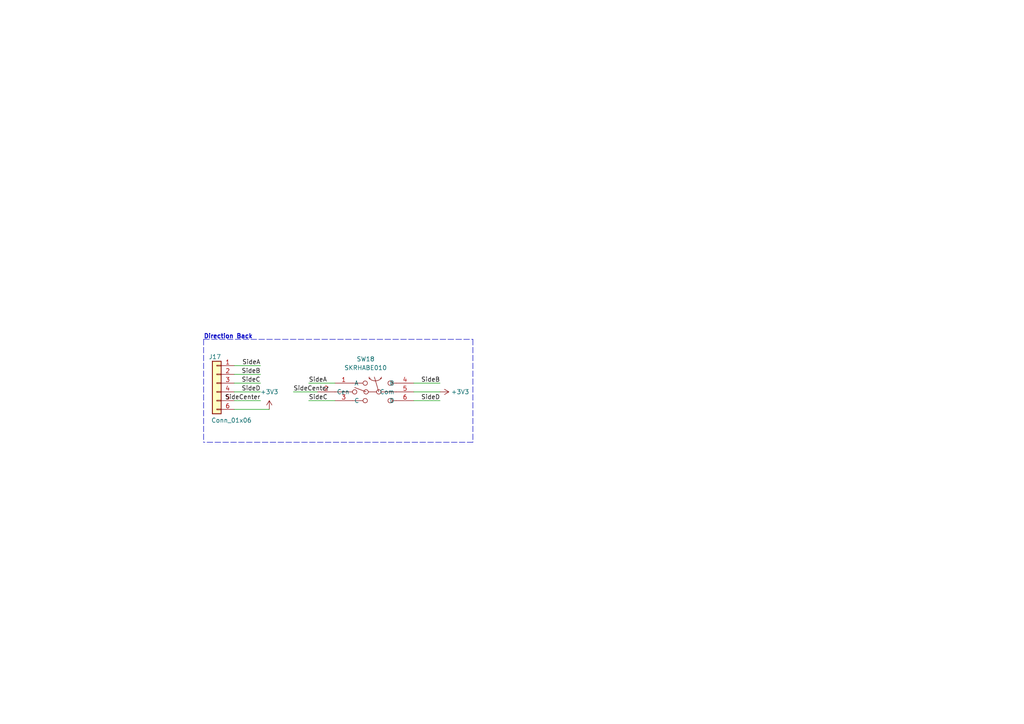
<source format=kicad_sch>
(kicad_sch (version 20211123) (generator eeschema)
  (paper "A4")
  (title_block (title "Trigger") (date "2022-10-10") (rev "v0.1"))
  (lib_symbols
    (symbol "Connector_Generic:Conn_01x06" (pin_names (offset 1.016) hide)
      (property "Reference" "J" (at 0 7.62 0))
      (property "Value" "Conn_01x06" (at 0 -10.16 0))
      (symbol "Conn_01x06_1_1"
        (rectangle (start -1.27 -7.493) (end 0 -7.747) (stroke (width 0.1524)))
        (rectangle (start -1.27 -4.953) (end 0 -5.207) (stroke (width 0.1524)))
        (rectangle (start -1.27 -2.413) (end 0 -2.667) (stroke (width 0.1524)))
        (rectangle (start -1.27 0.127) (end 0 -0.127) (stroke (width 0.1524)))
        (rectangle (start -1.27 2.667) (end 0 2.413) (stroke (width 0.1524)))
        (rectangle (start -1.27 5.207) (end 0 4.953) (stroke (width 0.1524)))
        (rectangle (start -1.27 6.35) (end 1.27 -8.89) (stroke (width 0.254)) (fill (type background)))
        (pin passive line (at -5.08 5.08 0) (length 3.81) (name "Pin_1") (number "1"))
        (pin passive line (at -5.08 2.54 0) (length 3.81) (name "Pin_2") (number "2"))
        (pin passive line (at -5.08 0 0) (length 3.81) (name "Pin_3") (number "3"))
        (pin passive line (at -5.08 -2.54 0) (length 3.81) (name "Pin_4") (number "4"))
        (pin passive line (at -5.08 -5.08 0) (length 3.81) (name "Pin_5") (number "5"))
        (pin passive line (at -5.08 -7.62 0) (length 3.81) (name "Pin_6") (number "6"))
      )
    )
    (symbol "Personal:SKRHABE010"
      (property "Reference" "SW" (at 0 6.35 0))
      (property "Value" "SKRHABE010" (at 0 -5.334 0))
      (symbol "SKRHABE010_0_0"
        (circle (center -6.985 0) (radius 0.635))
        (circle (center -3.937 -2.54) (radius 0.635))
        (circle (center -3.937 2.54) (radius 0.635))
        (polyline (pts (xy -4.699 2.54) (xy -7.62 2.54)))
        (polyline (pts (xy -4.572 -2.54) (xy -7.62 -2.54)))
        (polyline (pts (xy 0 0) (xy -1.27 4.318)))
        (polyline (pts (xy 0.635 0) (xy 5.08 0)))
        (polyline (pts (xy 3.937 -2.54) (xy 5.08 -2.54)))
        (polyline (pts (xy 3.937 2.54) (xy 5.08 2.54)))
        (circle (center 0 0) (radius 0.635))
        (circle (center 3.302 -2.54) (radius 0.635))
        (circle (center 3.302 2.54) (radius 0.635))
      )
      (symbol "SKRHABE010_0_1"
        (circle (center -3.683 0) (radius 0.635))
        (arc (start -2.794 3.937) (mid -1.016 -0.3563) (end 0.762 3.937))
        (polyline (pts (xy -7.62 0) (xy -12.7 0)))
        (polyline (pts (xy -3.683 0) (xy -6.985 1.27)))
        (polyline (pts (xy -2.794 3.937) (xy -2.794 4.318)))
        (polyline (pts (xy -2.794 3.937) (xy -2.413 3.937)))
        (polyline (pts (xy -0.635 0) (xy -3.048 0)))
        (polyline (pts (xy 0.762 3.937) (xy 0.762 4.318) (xy 0.762 3.937) (xy 0.381 3.937) (xy 0.381 3.937)))
        (pin passive line (at -12.7 2.54 0) (length 5.08) (name "A") (number "1"))
        (pin passive line (at -17.78 0 0) (length 5.08) (name "Cen") (number "2"))
        (pin passive line (at -12.7 -2.54 0) (length 5.08) (name "C") (number "3"))
        (pin passive line (at 10.16 2.54 180) (length 5.08) (name "B") (number "4"))
        (pin passive line (at 10.16 0 180) (length 5.08) (name "Com") (number "5"))
        (pin passive line (at 10.16 -2.54 180) (length 5.08) (name "D") (number "6"))
      )
    )
    (symbol "power:+3V3" (power) (pin_names (offset 0))
      (property "Value" "+3V3" (at 0 3.556 0))
      (symbol "+3V3_0_1"
        (polyline (pts (xy -0.762 1.27) (xy 0 2.54)))
        (polyline (pts (xy 0 0) (xy 0 2.54)))
        (polyline (pts (xy 0 2.54) (xy 0.762 1.27)))
      )
      (symbol "+3V3_1_1"
        (pin power_in line (at 0 0 90) (length 0) hide (name "+3V3") (number "1"))
      )
    )
  )
  (wire (pts (xy 120.015 111.125) (xy 127.635 111.125)))
  (polyline (pts (xy 137.16 128.27) (xy 59.055 128.27)))
  (wire (pts (xy 120.015 116.205) (xy 127.635 116.205)))
  (wire (pts (xy 89.535 116.205) (xy 97.155 116.205)))
  (wire (pts (xy 75.565 106.045) (xy 67.945 106.045)))
  (wire (pts (xy 75.565 111.125) (xy 67.945 111.125)))
  (polyline (pts (xy 59.055 98.425) (xy 137.16 98.425)))
  (wire (pts (xy 75.565 108.585) (xy 67.945 108.585)))
  (polyline (pts (xy 59.055 98.425) (xy 59.055 128.27)))
  (wire (pts (xy 120.015 113.665) (xy 127.635 113.665)))
  (wire (pts (xy 89.535 111.125) (xy 97.155 111.125)))
  (wire (pts (xy 78.105 118.745) (xy 67.945 118.745)))
  (wire (pts (xy 85.09 113.665) (xy 92.075 113.665)))
  (wire (pts (xy 75.565 116.205) (xy 67.945 116.205)))
  (polyline (pts (xy 137.16 98.425) (xy 137.16 128.27)))
  (wire (pts (xy 75.565 113.665) (xy 67.945 113.665)))
  (text "Direction Back" (at 59.055 98.425 0) (effects (font (size 1.27 1.27) (thickness 0.254) bold) (justify left bottom)))
  (label "SideCenter" (at 75.565 116.205 180))
  (label "SideB" (at 127.635 111.125 180))
  (label "SideCenter" (at 85.09 113.665 0))
  (label "SideA" (at 89.535 111.125 0))
  (label "SideC" (at 89.535 116.205 0))
  (label "SideB" (at 75.565 108.585 180))
  (label "SideC" (at 75.565 111.125 180))
  (label "SideD" (at 75.565 113.665 180))
  (label "SideA" (at 75.565 106.045 180))
  (label "SideD" (at 127.635 116.205 180))
  (symbol (lib_id "power:+3V3") (at 127.635 113.665 270) (mirror x) (unit 1)
    (property "Reference" "#PWR0111" (effects hide))
    (property "Value" "+3V3" (at 130.81 113.6649 90) (effects (justify left)))
  )
  (symbol (lib_id "Connector_Generic:Conn_01x06") (at 62.865 111.125 0) (mirror y) (unit 1)
    (property "Reference" "J17" (at 64.135 103.505 0) (effects (justify left)))
    (property "Value" "Conn_01x06" (at 73.025 121.92 0) (effects (justify left)))
    (property "Footprint" "Connector_JST:JST_PH_S6B-PH-K_1x06_P2.00mm_Horizontal" (effects hide))
  )
  (symbol (lib_id "Personal:SKRHABE010") (at 109.855 113.665 0) (unit 1)
    (property "Reference" "SW18" (at 106.045 104.14 0))
    (property "Value" "SKRHABE010" (at 106.045 106.68 0))
    (property "Footprint" "Personal:SKRHABE010" (effects hide))
    (property "Datasheet" "https://www.mouser.be/datasheet/2/15/SKRH-1370966.pdf" (effects hide))
  )
  (symbol (lib_id "power:+3V3") (at 78.105 118.745 0) (mirror y) (unit 1)
    (property "Reference" "#PWR0197" (effects hide))
    (property "Value" "+3V3" (at 78.105 113.665 0))
  )
)
</source>
